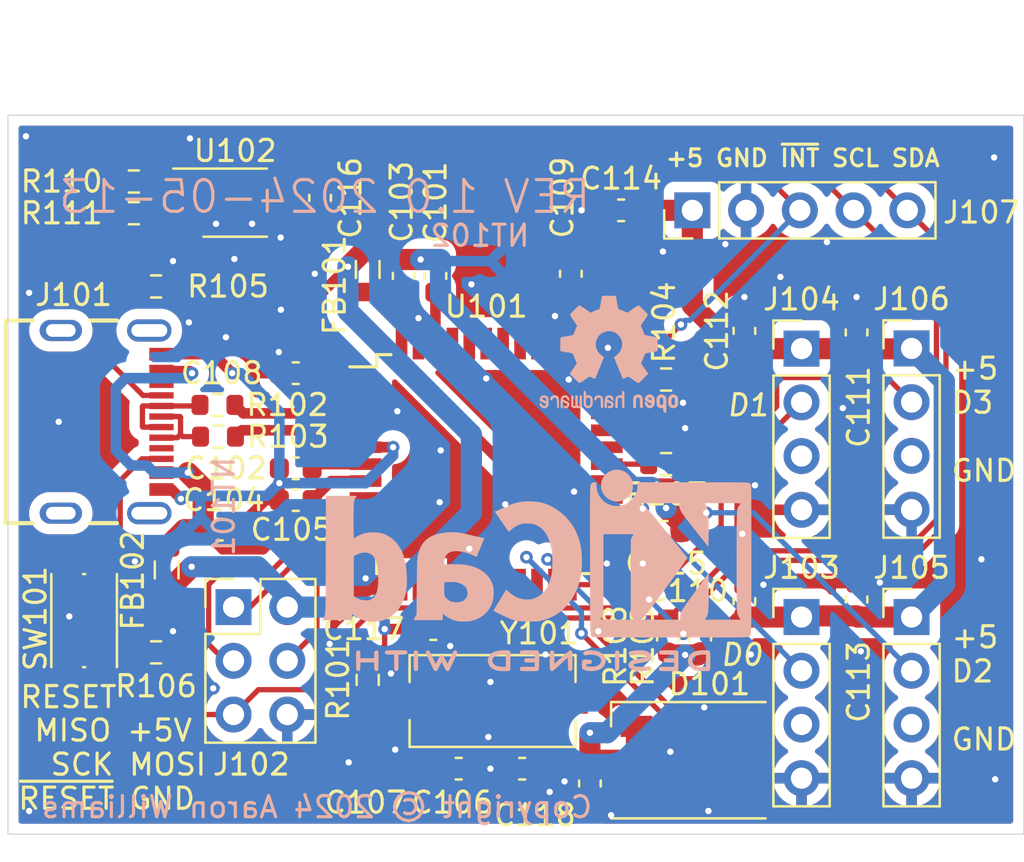
<source format=kicad_pcb>
(kicad_pcb
	(version 20240108)
	(generator "pcbnew")
	(generator_version "8.0")
	(general
		(thickness 1.6)
		(legacy_teardrops no)
	)
	(paper "USLetter")
	(title_block
		(title "MB RGB")
		(date "2024-05-13")
		(rev "1.0")
	)
	(layers
		(0 "F.Cu" signal)
		(31 "B.Cu" signal)
		(32 "B.Adhes" user "B.Adhesive")
		(33 "F.Adhes" user "F.Adhesive")
		(34 "B.Paste" user)
		(35 "F.Paste" user)
		(36 "B.SilkS" user "B.Silkscreen")
		(37 "F.SilkS" user "F.Silkscreen")
		(38 "B.Mask" user)
		(39 "F.Mask" user)
		(40 "Dwgs.User" user "User.Drawings")
		(41 "Cmts.User" user "User.Comments")
		(42 "Eco1.User" user "User.Eco1")
		(43 "Eco2.User" user "User.Eco2")
		(44 "Edge.Cuts" user)
		(45 "Margin" user)
		(46 "B.CrtYd" user "B.Courtyard")
		(47 "F.CrtYd" user "F.Courtyard")
		(48 "B.Fab" user)
		(49 "F.Fab" user)
		(50 "User.1" user)
		(51 "User.2" user)
		(52 "User.3" user)
		(53 "User.4" user)
		(54 "User.5" user)
		(55 "User.6" user)
		(56 "User.7" user)
		(57 "User.8" user)
		(58 "User.9" user)
	)
	(setup
		(pad_to_mask_clearance 0)
		(allow_soldermask_bridges_in_footprints no)
		(pcbplotparams
			(layerselection 0x00010fc_ffffffff)
			(plot_on_all_layers_selection 0x0000000_00000000)
			(disableapertmacros no)
			(usegerberextensions no)
			(usegerberattributes yes)
			(usegerberadvancedattributes yes)
			(creategerberjobfile yes)
			(dashed_line_dash_ratio 12.000000)
			(dashed_line_gap_ratio 3.000000)
			(svgprecision 4)
			(plotframeref no)
			(viasonmask no)
			(mode 1)
			(useauxorigin no)
			(hpglpennumber 1)
			(hpglpenspeed 20)
			(hpglpendiameter 15.000000)
			(pdf_front_fp_property_popups yes)
			(pdf_back_fp_property_popups yes)
			(dxfpolygonmode yes)
			(dxfimperialunits yes)
			(dxfusepcbnewfont yes)
			(psnegative no)
			(psa4output no)
			(plotreference yes)
			(plotvalue yes)
			(plotfptext yes)
			(plotinvisibletext no)
			(sketchpadsonfab no)
			(subtractmaskfromsilk no)
			(outputformat 1)
			(mirror no)
			(drillshape 1)
			(scaleselection 1)
			(outputdirectory "")
		)
	)
	(net 0 "")
	(net 1 "GNDA")
	(net 2 "GND1")
	(net 3 "VBUS")
	(net 4 "GND")
	(net 5 "+5V")
	(net 6 "unconnected-(J103-Pin_3-Pad3)")
	(net 7 "/D1")
	(net 8 "/D2")
	(net 9 "unconnected-(J104-Pin_3-Pad3)")
	(net 10 "unconnected-(J105-Pin_3-Pad3)")
	(net 11 "/D3")
	(net 12 "unconnected-(J106-Pin_3-Pad3)")
	(net 13 "/RD_N")
	(net 14 "/RD_P")
	(net 15 "/~{INT}")
	(net 16 "/SCL")
	(net 17 "/SDA")
	(net 18 "unconnected-(U101-PF4-Pad39)")
	(net 19 "/SCK")
	(net 20 "/D0")
	(net 21 "/MOSI")
	(net 22 "unconnected-(U101-PE6-Pad1)")
	(net 23 "unconnected-(U101-PF5-Pad38)")
	(net 24 "unconnected-(U101-PF6-Pad37)")
	(net 25 "unconnected-(U101-PF1-Pad40)")
	(net 26 "unconnected-(U101-PB5-Pad29)")
	(net 27 "unconnected-(U101-PF0-Pad41)")
	(net 28 "unconnected-(U101-PC7-Pad32)")
	(net 29 "unconnected-(U101-PB0-Pad8)")
	(net 30 "/MISO")
	(net 31 "unconnected-(U101-PB6-Pad30)")
	(net 32 "unconnected-(U101-PC6-Pad31)")
	(net 33 "unconnected-(U101-PF7-Pad36)")
	(net 34 "unconnected-(U101-PB7-Pad12)")
	(net 35 "/AREF")
	(net 36 "/UCAP")
	(net 37 "/AVCC")
	(net 38 "/X1")
	(net 39 "/X2")
	(net 40 "/~{RESET}")
	(net 41 "/~{HWB}{slash}PE2")
	(net 42 "unconnected-(J101-SHIELD-PadS1)")
	(net 43 "unconnected-(J101-SHIELD-PadS1)_0")
	(net 44 "unconnected-(J101-SBU1-PadA8)")
	(net 45 "unconnected-(J101-SBU2-PadB8)")
	(net 46 "unconnected-(J101-SHIELD-PadS1)_1")
	(net 47 "unconnected-(J101-SHIELD-PadS1)_2")
	(net 48 "/D_N")
	(net 49 "/D_P")
	(net 50 "/CC2")
	(net 51 "/CC1")
	(net 52 "/D4")
	(net 53 "/D5")
	(net 54 "unconnected-(D101-DOUT-Pad3)")
	(footprint "Capacitor_SMD:C_0603_1608Metric" (layer "F.Cu") (at 102 121.6))
	(footprint "Connector_PinHeader_2.54mm:PinHeader_1x04_P2.54mm_Vertical" (layer "F.Cu") (at 134.7 113.03))
	(footprint "Capacitor_SMD:C_0603_1608Metric" (layer "F.Cu") (at 105.6 114.2 180))
	(footprint "Resistor_SMD:R_0603_1608Metric" (layer "F.Cu") (at 97.949999 106.637499))
	(footprint "Package_SO:MSOP-8_3x3mm_P0.65mm" (layer "F.Cu") (at 102.737499 106.137499))
	(footprint "Capacitor_SMD:C_0603_1608Metric" (layer "F.Cu") (at 112.2 109.6 90))
	(footprint "Capacitor_SMD:C_0603_1608Metric" (layer "F.Cu") (at 116.3 132.9))
	(footprint "Resistor_SMD:R_0603_1608Metric" (layer "F.Cu") (at 109 128.7 -90))
	(footprint "Capacitor_SMD:C_0603_1608Metric" (layer "F.Cu") (at 112.1 126.3))
	(footprint "Capacitor_SMD:C_0603_1608Metric" (layer "F.Cu") (at 132.1 124.9 90))
	(footprint "Resistor_SMD:R_0603_1608Metric" (layer "F.Cu") (at 101.9 115.7))
	(footprint "Resistor_SMD:R_0603_1608Metric" (layer "F.Cu") (at 99 127.4))
	(footprint "Inductor_SMD:L_0805_2012Metric" (layer "F.Cu") (at 99.5 123.5 90))
	(footprint "Capacitor_SMD:C_0603_1608Metric" (layer "F.Cu") (at 126.8 112.2 90))
	(footprint "Button_Switch_SMD:SW_Push_1P1T_NO_CK_KMR2" (layer "F.Cu") (at 95.6 125.9 90))
	(footprint "Inductor_SMD:L_0805_2012Metric" (layer "F.Cu") (at 109 109.3 90))
	(footprint "Connector_PinHeader_2.54mm:PinHeader_1x04_P2.54mm_Vertical" (layer "F.Cu") (at 129.5 113.04))
	(footprint "Crystal:Crystal_SMD_ECS_CSM3X-2Pin_7.6x4.1mm" (layer "F.Cu") (at 114.9 129.7))
	(footprint "Connector_PinHeader_2.54mm:PinHeader_1x05_P2.54mm_Vertical" (layer "F.Cu") (at 124.34 106.5 90))
	(footprint "Resistor_SMD:R_0603_1608Metric" (layer "F.Cu") (at 123.1 114.5))
	(footprint "Capacitor_SMD:C_0603_1608Metric" (layer "F.Cu") (at 123.025 121.7))
	(footprint "Capacitor_SMD:C_0603_1608Metric" (layer "F.Cu") (at 120.975 106.5 180))
	(footprint "Capacitor_SMD:C_0603_1608Metric" (layer "F.Cu") (at 106.749999 105.912499 -90))
	(footprint "Resistor_SMD:R_0603_1608Metric" (layer "F.Cu") (at 99 110.1))
	(footprint "Capacitor_SMD:C_0603_1608Metric" (layer "F.Cu") (at 105.6 120.2 180))
	(footprint "Resistor_SMD:R_0603_1608Metric" (layer "F.Cu") (at 123.1 118.5 180))
	(footprint "Capacitor_SMD:C_0603_1608Metric" (layer "F.Cu") (at 105.6 118.7 180))
	(footprint "Connector_PinHeader_2.54mm:PinHeader_1x04_P2.54mm_Vertical" (layer "F.Cu") (at 134.7 125.73))
	(footprint "Capacitor_SMD:C_0603_1608Metric" (layer "F.Cu") (at 113.3 132.9 180))
	(footprint "Resistor_SMD:R_0603_1608Metric" (layer "F.Cu") (at 97.949999 105.137499))
	(footprint "Resistor_SMD:R_0603_1608Metric" (layer "F.Cu") (at 124.7 126.6 90))
	(footprint "Capacitor_SMD:C_0603_1608Metric" (layer "F.Cu") (at 118.6 109.5 90))
	(footprint "Capacitor_SMD:C_0603_1608Metric" (layer "F.Cu") (at 126.8 124.975 90))
	(footprint "Aaron:GCT_USB4105-GF-A" (layer "F.Cu") (at 94.5 116.5 -90))
	(footprint "Connector_PinHeader_2.54mm:PinHeader_2x03_P2.54mm_Vertical" (layer "F.Cu") (at 102.66 125.26))
	(footprint "Resistor_SMD:R_0603_1608Metric" (layer "F.Cu") (at 123.2 126.6 90))
	(footprint "Capacitor_SMD:C_0603_1608Metric" (layer "F.Cu") (at 119.5 133.6 -90))
	(footprint "Resistor_SMD:R_0603_1608Metric" (layer "F.Cu") (at 101.925 117.2 180))
	(footprint "Capacitor_SMD:C_0603_1608Metric" (layer "F.Cu") (at 132.1 112.275 90))
	(footprint "Capacitor_SMD:C_0603_1608Metric" (layer "F.Cu") (at 110.7 109.6 90))
	(footprint "LED_SMD:LED_WS2812_PLCC6_5.0x5.0mm_P1.6mm" (layer "F.Cu") (at 124.15 132.5))
	(footprint "Package_QFP:TQFP-44_10x10mm_P0.8mm"
		(layer "F.Cu")
		(uuid "eaa8f129-9f28-4de1-9cfa-1baf95941309")
		(at 114.6 118.5)
		(descr "44-Lead Plastic Thin Quad Flatpack (PT) - 10x10x1.0 mm Body [TQFP] (see Microchip Packaging Specification 00000049BS.pdf)")
		(tags "QFP 0.8")
		(property "Reference" "U101"
			(at 0 -7.45 0)
			(layer "F.SilkS")
			(uuid "bfe43e38-23d6-4b02-9e34-bfb24a4748cf")
			(effects
				(font
					(size 1 1)
					(thickness 0.15)
				)
			)
		)
		(property "Value" "ATmega32U4-A"
			(at 0 7.45 0)
			(layer "F.Fab")
			(uuid "766ca8e5-541a-4e2a-abc0-159060f83597")
			(effects
				(font
					(size 1 1)
					(thickness 0.15)
				)
			)
		)
		(property "Footprint" "Package_QFP:TQFP-44_10x10mm_P0.8mm"
			(at 0 0 0)
			(layer "F.Fab")
			(hide yes)
			(uuid "5ca27140-8035-4a69-b376-38b6d31388b1")
			(effects
				(font
					(size 1.27 1.27)
					(thickness 0.15)
				)
			)
		)
		(property "Datasheet" "http://ww1.microchip.com/downloads/en/DeviceDoc/Atmel-7766-8-bit-AVR-ATmega16U4-32U4_Datasheet.pdf"
			(at 0 0 0)
			(layer "F.Fab")
			(hide yes)
			(uuid "910bf7cb-e023-4e3b-9bc4-bd44c9d7dbe2")
			(effects
				(font
					(size 1.27 1.27)
					(thickness 0.15)
				)
			)
		)
		(property "Description" "16MHz, 32kB Flash, 2.5kB SRAM, 1kB EEPROM, USB 2.0, TQFP-44"
			(at 0 0 0)
			(layer "F.Fab")
			(hide yes)
			(uuid "4fa88b6d-967e-403b-a29d-2e427640489d")
			(effects
				(font
					(size 1.27 1.27)
					(thickness 0.15)
				)
			)
		)
		(property ki_fp_filters "TQFP*10x10mm*P0.8mm*")
		(path "/66adc171-011b-4118-a96c-11ed1c35f4f0")
		(sheetname "Root")
		(sheetfile "mb-rgb.kicad_sch")
		(attr smd)
		(fp_line
			(start -5.175 -5.175)
			(end -5.175 -4.6)
			(stroke
				(width 0.15)
				(type solid)
			)
			(layer "F.SilkS")
			(uuid "8985ee8f-f940-466b-b966-017e36dbf17e")
		)
		(fp_line
			(start -5.175 -5.175)
			(end -4.5 -5.175)
			(stroke
				(width 0.15)
				(type solid)
			)
			(layer "F.SilkS")
			(uuid "e6259174-0a1c-4edb-b584-2f762dae5530")
		)
		(fp_line
			(start -5.175 -4.6)
			(end -6.45 -4.6)
			(stroke
				(width 0.15)
				(type solid)
			)
			(layer "F.SilkS")
			(uuid "932cda19-6394-4b84-8da4-a09b4dcff94f")
		)
		(fp_line
			(start -5.175 5.175)
			(end -5.175 4.5)
			(stroke
				(width 0.15)
				(type solid)
			)
			(layer "F.SilkS")
			(uuid "e7596b2c-1632-47cc-94bd-58157b32119d")
		)
		(fp_line
			(start -5.175 5.175)
			(end -4.5 5.175)
			(stroke
				(width 0.15)
				(type solid)
			)
			(layer "F.SilkS")
			(uuid "f48d2546-527f-4fa1-aad1-837c7c866d5b")
		)
		(fp_line
			(start 5.175 -5.175)
			(end 4.5 -5.175)
			(stroke
				(width 0.15)
				(type solid)
			)
			(layer "F.SilkS")
			(uuid "a838a381-6353-4924-b799-3990793c210b")
		)
		(fp_line
			(start 5.175 -5.175)
			(end 5.175 -4.5)
			(stroke
				(width 0.15)
				(type solid)
			)
			(layer "F.SilkS")
			(uuid "ffdb0e90-99e5-411b-8dab-9ff98a656613")
		)
		(fp_line
			(start 5.175 5.175)
			(end 4.5 5.175)
			(stroke
				(width 0.15)
				(type solid)
			)
			(layer "F.SilkS")
			(uuid "55aa7a6a-8124-4ea9-a25e-430a158df669")
		)
		(fp_line
			(start 5.175 5.175)
			(end 5.175 4.5)
			(stroke
				(width 0.15)
				(type solid)
			)
			(layer "F.SilkS")
			(uuid "7d929ae2-3656-4afb-9a40-2afacbb7296e")
		)
		(fp_line
			(start -6.7 -6.7)
			(end -6.7 6.7)
			(stroke
				(width 0.05)
				(type solid)
			)
			(layer "F.CrtYd")
			(uuid "3fac20e1-128a-4968-b15e-64acf21e98a7")
		)
		(fp_line
			(start -6.7 -6.7)
			(end 6.7 -6.7)
			(stroke
				(width 0.05)
				(type solid)
			)
			(layer "F.CrtYd")
			(uuid "6ccb74d0-3f4f-4043-ba2b-491dc6b59de2")
		)
		(fp_line
			(start -6.7 6.7)
			(end 6.7 6.7)
			(stroke
				(width 0.05)
				(type solid)
			)
			(layer "F.CrtYd")
			(uuid "d58072a3-630b-41a7-8cd7-04a298fa3118")
		)
		(fp_line
			(start 6.7 -6.7)
			(end 6.7 6.7)
			(stroke
				(width 0.05)
				(type solid)
			)
			(layer "F.CrtYd")
			(uuid "e5278990-e8bf-471e-a07f-179436ec3387")
		)
		(fp_line
			(start -5 -4)
			(end -4 -5)
			(stroke
				(width 0.15)
				(type solid)
			)
			(layer "F.Fab")
			(uuid "3a660f62-5d05-4b79-a358-a0afd4ffbc85")
		)
		(fp_line
			(start -5 5)
			(end -5 -4)
			(stroke
				(width 0.15)
				(type solid)
			)
			(layer "F.Fab")
			(uuid "e1dac799-e37c-4df4-8e58-851954f6883c")
		)
		(fp_line
			(start -4 -5)
			(end 5 -5)
			(stroke
				(width 0.15)
				(type solid)
			)
			(layer "F.Fab")
			(uuid "8e63d42a-1640-4206-9839-d3a80bc64d41")
		)
		(fp_line
			(start 5 -5)
			(end 5 5)
			(stroke
				(width 0.15)
				(type solid)
			)
			(layer "F.Fab")
			(uuid "1a9aff1b-6cb4-4050-b3a1-2c7ef66b6a56")
		)
		(fp_line
			(start 5 5)
			(end -5 5)
			(stroke
				(width 0.15)
				(type solid)
			)
			(layer "F.Fab")
			(uuid "4bf6a5e3-3be1-44f7-9107-6d25d54c7b41")
		)
		(fp_text user "${REFERENCE}"
			(at 0 0 0)
			(layer "F.Fab")
			(uuid "8dd617dd-e430-4b97-80d7-47c34f4285b1")
			(effects
				(font
					(size 1 1)
					(thickness 0.15)
				)
			)
		)
		(pad "1" smd rect
			(at -5.7 -4)
			(size 1.5 0.55)
			(layers "F.Cu" "F.Paste" "F.Mask")
			(net 22 "unconnected-(U101-PE6-Pad1)")
			(pinfunction "PE6")
			(pintype "bidirectional+no_connect")
			(uuid "1a12c1c6-7bf2-4e0f-acbf-af516c03e4c5")
		)
		(pad "2" smd rect
			(at -5.7 -3.2)
			(size 1.5 0.55)
			(layers "F.Cu" "F.Paste" "F.Mask")
			(net 5 "+5V")
			(pinfunction "UVCC")
			(pintype "power_in")
			(uuid "e0765066-2aa2-4cf4-8cff-8d7f9ea21fa3")
		)
		(pad "3" smd rect
			(at -5.7 -2.4)
			(size 1.5 0.55)
			(layers "F.Cu" "F.Paste" "F.Mask")
			(net 13 "/RD_N")
			(pinfunction "D-")
			(pintype "bidirectional")
			(uuid "1a8a27e3-f76f-4fea-ab6d-f3917f8a0751")
		)
		(pad "4" smd rect
			(at -5.7 -1.6)
			(size 1.5 0.55)
			(layers "F.Cu" "F.P
... [332526 chars truncated]
</source>
